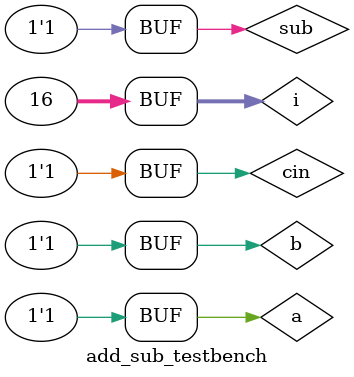
<source format=sv>
`timescale 1ps/1ps
module add_sub(a, b, cin, sub, s, cout);
	input logic a, b, cin, sub;
	output logic s, cout;
	
	// Invert b
	logic b_not, b_new;
	not #50 (b_not, b);
	
	mux2_1 m (.i0(b), .i1(b_not), .sel(sub), .out(b_new));
	full_adder f1 (.a(a), .b(b_new), .cin(cin), .s(s), .cout(cout));
endmodule


module add_sub_testbench();
	logic a, b, cin, sub;
	logic s, cout;
	
	add_sub dut (.*);
	 
	integer i;
	initial begin
		for(i = 0; i < 16; i++) begin
			{a, b, cin, sub} = i; #1000;
		end
	end
endmodule

</source>
